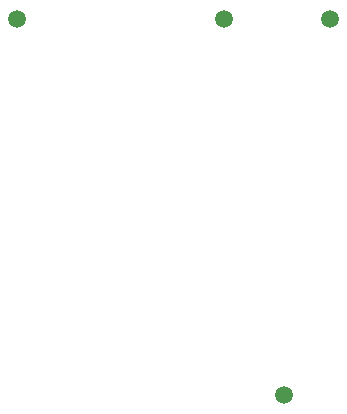
<source format=gbr>
%TF.GenerationSoftware,Altium Limited,Altium Designer,22.9.1 (49)*%
G04 Layer_Color=0*
%FSLAX45Y45*%
%MOMM*%
%TF.SameCoordinates,CD82FF21-FF23-4195-95DD-DD0BBBA1307D*%
%TF.FilePolarity,Positive*%
%TF.FileFunction,NonPlated,1,4,NPTH,Drill*%
%TF.Part,Single*%
G01*
G75*
%TA.AperFunction,ComponentDrill*%
%ADD79C,1.50000*%
D79*
X2144000Y5170000D02*
D03*
X4406000Y1980000D02*
D03*
X3894000Y5170000D02*
D03*
X4794000Y5170000D02*
D03*
%TF.MD5,f9e54caaa67ad0a7a8dab1b885cf8bbb*%
M02*

</source>
